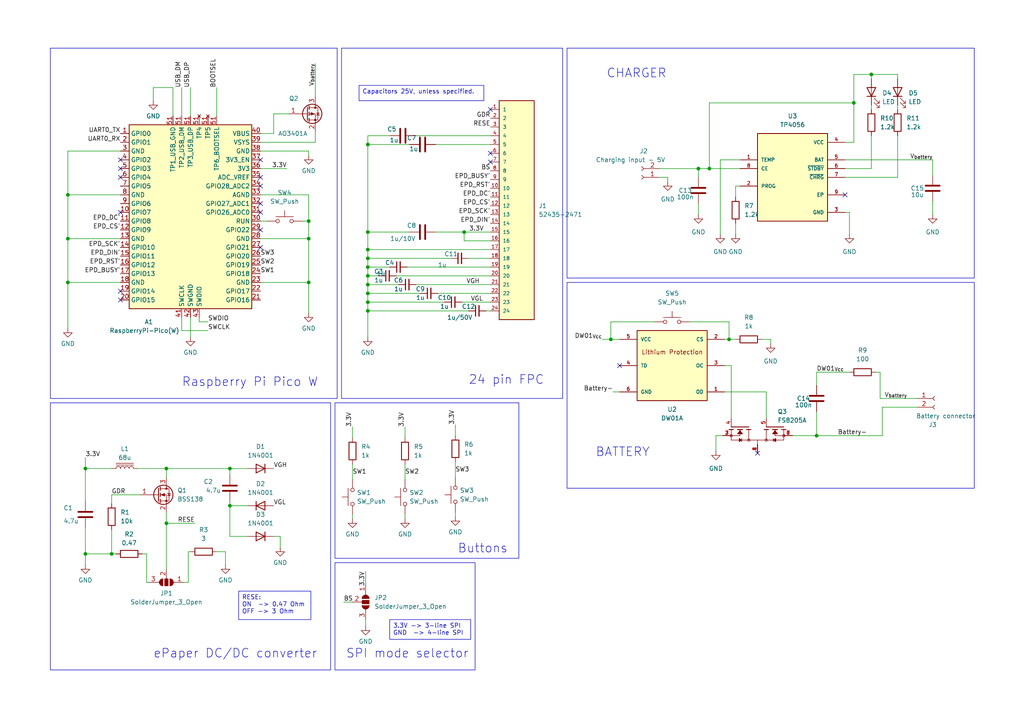
<source format=kicad_sch>
(kicad_sch (version 20230121) (generator eeschema)
  (paper "A4")
  (title_block (title "ePaper Timetable") (date "2023-12-06") (rev "v0.1") (company "KNE AGH") (comment 1 "Krzysztof Sikora") (comment 2 "Marek Pawłowski") (comment 3 "Jakub Bulik"))
  (lib_symbols
    (symbol "52435-2471:52435-2471" (pin_names (offset 1.016))
      (property "Reference" "J" (at -5.0868 31.0296 0))
      (property "Value" "52435-2471" (at -5.0803 -35.562 0))
      (symbol "52435-2471_0_0"
        (pin passive line (at -7.62 27.94 0) (length 2.54) (name "1") (number "1"))
        (pin passive line (at -7.62 5.08 0) (length 2.54) (name "10") (number "10"))
        (pin passive line (at -7.62 2.54 0) (length 2.54) (name "11") (number "11"))
        (pin passive line (at -7.62 0 0) (length 2.54) (name "12") (number "12"))
        (pin passive line (at -7.62 -2.54 0) (length 2.54) (name "13") (number "13"))
        (pin passive line (at -7.62 -5.08 0) (length 2.54) (name "14") (number "14"))
        (pin passive line (at -7.62 -7.62 0) (length 2.54) (name "15") (number "15"))
        (pin passive line (at -7.62 -10.16 0) (length 2.54) (name "16") (number "16"))
        (pin passive line (at -7.62 -12.7 0) (length 2.54) (name "17") (number "17"))
        (pin passive line (at -7.62 -15.24 0) (length 2.54) (name "18") (number "18"))
        (pin passive line (at -7.62 -17.78 0) (length 2.54) (name "19") (number "19"))
        (pin passive line (at -7.62 25.4 0) (length 2.54) (name "2") (number "2"))
        (pin passive line (at -7.62 -20.32 0) (length 2.54) (name "20") (number "20"))
        (pin passive line (at -7.62 -22.86 0) (length 2.54) (name "21") (number "21"))
        (pin passive line (at -7.62 -25.4 0) (length 2.54) (name "22") (number "22"))
        (pin passive line (at -7.62 -27.94 0) (length 2.54) (name "23") (number "23"))
        (pin passive line (at -7.62 -30.48 0) (length 2.54) (name "24") (number "24"))
        (pin passive line (at -7.62 22.86 0) (length 2.54) (name "3") (number "3"))
        (pin passive line (at -7.62 20.32 0) (length 2.54) (name "4") (number "4"))
        (pin passive line (at -7.62 17.78 0) (length 2.54) (name "5") (number "5"))
        (pin passive line (at -7.62 15.24 0) (length 2.54) (name "6") (number "6"))
        (pin passive line (at -7.62 12.7 0) (length 2.54) (name "7") (number "7"))
        (pin passive line (at -7.62 10.16 0) (length 2.54) (name "8") (number "8"))
        (pin passive line (at -7.62 7.62 0) (length 2.54) (name "9") (number "9"))
      )
    )
    (symbol "Connector:Conn_01x02_Socket" (pin_names (offset 1.016) hide)
      (property "Reference" "J" (at 0 2.54 0))
      (property "Value" "Conn_01x02_Socket" (at 0 -5.08 0))
      (symbol "Conn_01x02_Socket_1_1"
        (pin passive line (at -5.08 0 0) (length 3.81) (name "Pin_1") (number "1"))
        (pin passive line (at -5.08 -2.54 0) (length 3.81) (name "Pin_2") (number "2"))
      )
    )
    (symbol "Connector:Conn_01x03_Socket" (pin_names (offset 1.016) hide)
      (property "Reference" "J" (at 0 5.08 0))
      (property "Value" "Conn_01x03_Socket" (at 0 -5.08 0))
      (symbol "Conn_01x03_Socket_1_1"
        (pin passive line (at -5.08 2.54 0) (length 3.81) (name "Pin_1") (number "1"))
        (pin passive line (at -5.08 0 0) (length 3.81) (name "Pin_2") (number "2"))
        (pin passive line (at -5.08 -2.54 0) (length 3.81) (name "Pin_3") (number "3"))
      )
    )
    (symbol "Connector:USB_C_Receptacle_USB2.0" (pin_names (offset 1.016))
      (property "Reference" "J" (at -10.16 19.05 0))
      (property "Value" "USB_C_Receptacle_USB2.0" (at 19.05 19.05 0))
      (symbol "USB_C_Receptacle_USB2.0_1_1"
        (pin passive line (at 0 -22.86 90) (length 5.08) (name "GND") (number "A1"))
        (pin passive line (at 0 -22.86 90) (length 5.08) hide (name "GND") (number "A12"))
        (pin passive line (at 15.24 15.24 180) (length 5.08) (name "VBUS") (number "A4"))
        (pin bidirectional line (at 15.24 10.16 180) (length 5.08) (name "CC1") (number "A5"))
        (pin bidirectional line (at 15.24 -2.54 180) (length 5.08) (name "D+") (number "A6"))
        (pin bidirectional line (at 15.24 2.54 180) (length 5.08) (name "D-") (number "A7"))
        (pin bidirectional line (at 15.24 -12.7 180) (length 5.08) (name "SBU1") (number "A8"))
        (pin passive line (at 15.24 15.24 180) (length 5.08) hide (name "VBUS") (number "A9"))
        (pin passive line (at 0 -22.86 90) (length 5.08) hide (name "GND") (number "B1"))
        (pin passive line (at 0 -22.86 90) (length 5.08) hide (name "GND") (number "B12"))
        (pin passive line (at 15.24 15.24 180) (length 5.08) hide (name "VBUS") (number "B4"))
        (pin bidirectional line (at 15.24 7.62 180) (length 5.08) (name "CC2") (number "B5"))
        (pin bidirectional line (at 15.24 -5.08 180) (length 5.08) (name "D+") (number "B6"))
        (pin bidirectional line (at 15.24 0 180) (length 5.08) (name "D-") (number "B7"))
        (pin bidirectional line (at 15.24 -15.24 180) (length 5.08) (name "SBU2") (number "B8"))
        (pin passive line (at 15.24 15.24 180) (length 5.08) hide (name "VBUS") (number "B9"))
        (pin passive line (at -7.62 -22.86 90) (length 5.08) (name "SHIELD") (number "S1"))
      )
    )
    (symbol "DW01A:DW01A" (pin_names (offset 1.016))
      (property "Reference" "U2" (at 0.2411 15.24 0))
      (property "Value" "DW01A" (at 0.2411 12.7 0))
      (symbol "DW01A_0_0"
        (text "Lithium Protection" (at -8.89 3.175 0) (effects (font (size 1.27 1.27)) (justify left bottom)))
        (pin bidirectional line (at 15.24 -7.62 180) (length 5.08) (name "OD") (number "1"))
        (pin bidirectional line (at 15.24 7.62 180) (length 5.08) (name "CS") (number "2"))
        (pin bidirectional line (at 15.24 0 180) (length 5.08) (name "OC") (number "3"))
        (pin bidirectional line (at -15.24 0 0) (length 5.08) (name "TD") (number "4"))
        (pin power_in line (at -15.24 7.62 0) (length 5.08) (name "VCC") (number "5"))
        (pin power_in line (at -15.24 -7.62 0) (length 5.08) (name "GND") (number "6"))
      )
    )
    (symbol "Device:C" (pin_numbers hide) (pin_names (offset 0.254))
      (property "Reference" "C" (at 0.635 2.54 0))
      (property "Value" "C" (at 0.635 -2.54 0))
      (symbol "C_1_1"
        (pin passive line (at 0 3.81 270) (length 2.794) (name "~") (number "1"))
        (pin passive line (at 0 -3.81 90) (length 2.794) (name "~") (number "2"))
      )
    )
    (symbol "Device:C_Small" (pin_numbers hide) (pin_names (offset 0.254) hide)
      (property "Reference" "C" (at 0.254 1.778 0))
      (property "Value" "C_Small" (at 0.254 -2.032 0))
      (symbol "C_Small_1_1"
        (pin passive line (at 0 2.54 270) (length 2.032) (name "~") (number "1"))
        (pin passive line (at 0 -2.54 90) (length 2.032) (name "~") (number "2"))
      )
    )
    (symbol "Device:LED" (pin_numbers hide) (pin_names (offset 1.016) hide)
      (property "Reference" "D" (at 0 2.54 0))
      (property "Value" "LED" (at 0 -2.54 0))
      (symbol "LED_1_1"
        (pin passive line (at -3.81 0 0) (length 2.54) (name "K") (number "1"))
        (pin passive line (at 3.81 0 180) (length 2.54) (name "A") (number "2"))
      )
    )
    (symbol "Device:L_Iron" (pin_numbers hide) (pin_names (offset 1.016) hide)
      (property "Reference" "L" (at -1.27 0 90))
      (property "Value" "L_Iron" (at 2.794 0 90))
      (symbol "L_Iron_1_1"
        (pin passive line (at 0 3.81 270) (length 1.27) (name "1") (number "1"))
        (pin passive line (at 0 -3.81 90) (length 1.27) (name "2") (number "2"))
      )
    )
    (symbol "Device:R" (pin_numbers hide) (pin_names (offset 0))
      (property "Reference" "R" (at 2.032 0 90))
      (property "Value" "R" (at 0 0 90))
      (symbol "R_1_1"
        (pin passive line (at 0 3.81 270) (length 1.27) (name "~") (number "1"))
        (pin passive line (at 0 -3.81 90) (length 1.27) (name "~") (number "2"))
      )
    )
    (symbol "Diode:1N4001" (pin_numbers hide) (pin_names hide)
      (property "Reference" "D" (at 0 2.54 0))
      (property "Value" "1N4001" (at 0 -2.54 0))
      (symbol "1N4001_1_1"
        (pin passive line (at -3.81 0 0) (length 2.54) (name "K") (number "1"))
        (pin passive line (at 3.81 0 180) (length 2.54) (name "A") (number "2"))
      )
    )
    (symbol "FS8205A:FS8205A" (pin_names (offset 1.016))
      (property "Reference" "Q" (at -11.43 7.62 0))
      (property "Value" "FS8205A" (at -11.43 -12.7 0))
      (symbol "FS8205A_0_0"
        (pin passive line (at 5.08 0 180) (length 2.54) (name "~") (number "1"))
        (pin passive line (at 0 -10.16 90) (length 2.54) (name "~") (number "2"))
        (pin passive line (at 0 -10.16 90) (length 2.54) (name "~") (number "3"))
        (pin passive line (at -5.08 -7.62 0) (length 2.54) (name "~") (number "4"))
        (pin passive line (at -5.08 2.54 0) (length 2.54) (name "~") (number "5"))
        (pin passive line (at 0 10.16 270) (length 2.54) (name "~") (number "6"))
        (pin passive line (at 0 10.16 270) (length 2.54) (name "~") (number "7"))
        (pin passive line (at 5.08 0 180) (length 2.54) (name "~") (number "8"))
      )
    )
    (symbol "Jumper:SolderJumper_3_Open" (pin_names (offset 0) hide)
      (property "Reference" "JP" (at -2.54 -2.54 0))
      (property "Value" "SolderJumper_3_Open" (at 0 2.794 0))
      (symbol "SolderJumper_3_Open_1_1"
        (pin passive line (at -5.08 0 0) (length 2.54) (name "A") (number "1"))
        (pin passive line (at 0 -3.81 90) (length 2.54) (name "C") (number "2"))
        (pin passive line (at 5.08 0 180) (length 2.54) (name "B") (number "3"))
      )
    )
    (symbol "PicoW:RaspberryPi-Pico(W)"
      (property "Reference" "A" (at 2.54 -7.62 0))
      (property "Value" "RaspberryPi-Pico(W)" (at 2.54 -10.16 0))
      (symbol "RaspberryPi-Pico(W)_1_1"
        (pin bidirectional line (at -17.78 25.4 0) (length 2.54) (name "GPIO0") (number "1"))
        (pin bidirectional line (at -17.78 2.54 0) (length 2.54) (name "GPIO7") (number "10"))
        (pin bidirectional line (at -17.78 0 0) (length 2.54) (name "GPIO8") (number "11"))
        (pin bidirectional line (at -17.78 -2.54 0) (length 2.54) (name "GPIO9") (number "12"))
        (pin passive line (at -17.78 -5.08 0) (length 2.54) (name "GND") (number "13"))
        (pin bidirectional line (at -17.78 -7.62 0) (length 2.54) (name "GPIO10") (number "14"))
        (pin bidirectional line (at -17.78 -10.16 0) (length 2.54) (name "GPIO11") (number "15"))
        (pin bidirectional line (at -17.78 -12.7 0) (length 2.54) (name "GPIO12") (number "16"))
        (pin bidirectional line (at -17.78 -15.24 0) (length 2.54) (name "GPIO13") (number "17"))
        (pin passive line (at -17.78 -17.78 0) (length 2.54) (name "GND") (number "18"))
        (pin bidirectional line (at -17.78 -20.32 0) (length 2.54) (name "GPIO14") (number "19"))
        (pin bidirectional line (at -17.78 22.86 0) (length 2.54) (name "GPIO1") (number "2"))
        (pin bidirectional line (at -17.78 -22.86 0) (length 2.54) (name "GPIO15") (number "20"))
        (pin bidirectional line (at 22.86 -22.86 180) (length 2.54) (name "GPIO16") (number "21"))
        (pin bidirectional line (at 22.86 -20.32 180) (length 2.54) (name "GPIO17") (number "22"))
        (pin passive line (at 22.86 -17.78 180) (length 2.54) (name "GND") (number "23"))
        (pin bidirectional line (at 22.86 -15.24 180) (length 2.54) (name "GPIO18") (number "24"))
        (pin bidirectional line (at 22.86 -12.7 180) (length 2.54) (name "GPIO19") (number "25"))
        (pin bidirectional line (at 22.86 -10.16 180) (length 2.54) (name "GPIO20") (number "26"))
        (pin bidirectional line (at 22.86 -7.62 180) (length 2.54) (name "GPIO21") (number "27"))
        (pin passive line (at 22.86 -5.08 180) (length 2.54) (name "GND") (number "28"))
        (pin bidirectional line (at 22.86 -2.54 180) (length 2.54) (name "GPIO22") (number "29"))
        (pin passive line (at -17.78 20.32 0) (length 2.54) (name "GND") (number "3"))
        (pin input line (at 22.86 0 180) (length 2.54) (name "RUN") (number "30"))
        (pin bidirectional line (at 22.86 2.54 180) (length 2.54) (name "GPIO26_ADC0") (number "31"))
        (pin bidirectional line (at 22.86 5.08 180) (length 2.54) (name "GPIO27_ADC1") (number "32"))
        (pin power_in line (at 22.86 7.62 180) (length 2.54) (name "AGND") (number "33"))
        (pin bidirectional line (at 22.86 10.16 180) (length 2.54) (name "GPIO28_ADC2") (number "34"))
        (pin power_in line (at 22.86 12.7 180) (length 2.54) (name "ADC_VREF") (number "35"))
        (pin power_out line (at 22.86 15.24 180) (length 2.54) (name "3V3") (number "36"))
        (pin input line (at 22.86 17.78 180) (length 2.54) (name "3V3_EN") (number "37"))
        (pin passive line (at 22.86 20.32 180) (length 2.54) (name "GND") (number "38"))
        (pin power_out line (at 22.86 22.86 180) (length 2.54) (name "VSYS") (number "39"))
        (pin bidirectional line (at -17.78 17.78 0) (length 2.54) (name "GPIO2") (number "4"))
        (pin power_out line (at 22.86 25.4 180) (length 2.54) (name "VBUS") (number "40"))
        (pin input line (at 0 -27.94 90) (length 2.54) (name "SWCLK") (number "41"))
        (pin power_in line (at 2.54 -27.94 90) (length 2.54) (name "SWGND") (number "42"))
        (pin bidirectional line (at 5.08 -27.94 90) (length 2.54) (name "SWDIO") (number "43"))
        (pin bidirectional line (at -17.78 15.24 0) (length 2.54) (name "GPIO3") (number "5"))
        (pin passive line (at -2.54 30.48 270) (length 2.54) (name "TP1_USB_GND") (number "51"))
        (pin bidirectional line (at 0 30.48 270) (length 2.54) (name "TP2_USB_DM") (number "51"))
        (pin bidirectional line (at 2.54 30.48 270) (length 2.54) (name "TP3_USB_DP") (number "51"))
        (pin no_connect line (at 5.08 30.48 270) (length 2.54) (name "TP4") (number "51"))
        (pin no_connect line (at 7.62 30.48 270) (length 2.54) (name "TP5") (number "51"))
        (pin input line (at 10.16 30.48 270) (length 2.54) (name "TP6_BOOTSEL") (number "51"))
        (pin bidirectional line (at -17.78 12.7 0) (length 2.54) (name "GPIO4") (number "6"))
        (pin bidirectional line (at -17.78 10.16 0) (length 2.54) (name "GPIO5") (number "7"))
        (pin power_in line (at -17.78 7.62 0) (length 2.54) (name "GND") (number "8"))
        (pin bidirectional line (at -17.78 5.08 0) (length 2.54) (name "GPIO6") (number "9"))
      )
    )
    (symbol "Power_Protection:USBLC6-2P6" (pin_names hide)
      (property "Reference" "U" (at 2.54 8.89 0))
      (property "Value" "USBLC6-2P6" (at 2.54 -8.89 0))
      (symbol "USBLC6-2P6_1_1"
        (pin passive line (at -10.16 -2.54 0) (length 2.54) (name "I/O1") (number "1"))
        (pin passive line (at 0 -10.16 90) (length 2.54) (name "GND") (number "2"))
        (pin passive line (at 10.16 -2.54 180) (length 2.54) (name "I/O2") (number "3"))
        (pin passive line (at 10.16 2.54 180) (length 2.54) (name "I/O2") (number "4"))
        (pin passive line (at 0 10.16 270) (length 2.54) (name "VBUS") (number "5"))
        (pin passive line (at -10.16 2.54 0) (length 2.54) (name "I/O1") (number "6"))
      )
    )
    (symbol "Power_Protection:USBLC6-2SC6" (pin_names hide)
      (property "Reference" "U" (at 2.54 8.89 0))
      (property "Value" "USBLC6-2SC6" (at 2.54 -8.89 0))
      (symbol "USBLC6-2SC6_1_1"
        (pin passive line (at -10.16 -2.54 0) (length 2.54) (name "I/O1") (number "1"))
        (pin passive line (at 0 -10.16 90) (length 2.54) (name "GND") (number "2"))
        (pin passive line (at 10.16 -2.54 180) (length 2.54) (name "I/O2") (number "3"))
        (pin passive line (at 10.16 2.54 180) (length 2.54) (name "I/O2") (number "4"))
        (pin passive line (at 0 10.16 270) (length 2.54) (name "VBUS") (number "5"))
        (pin passive line (at -10.16 2.54 0) (length 2.54) (name "I/O1") (number "6"))
      )
    )
    (symbol "Power_Protection:USBLC6-4SC6" (pin_names hide)
      (property "Reference" "U" (at 2.54 8.89 0))
      (property "Value" "USBLC6-4SC6" (at 2.54 -8.89 0))
      (symbol "USBLC6-4SC6_1_1"
        (pin passive line (at -10.16 2.54 0) (length 2.54) (name "I/O1") (number "1"))
        (pin passive line (at 0 -10.16 90) (length 2.54) (name "GND") (number "2"))
        (pin passive line (at -10.16 -2.54 0) (length 2.54) (name "I/O2") (number "3"))
        (pin passive line (at 10.16 2.54 180) (length 2.54) (name "I/O3") (number "4"))
        (pin passive line (at 0 10.16 270) (length 2.54) (name "VBUS") (number "5"))
        (pin passive line (at 10.16 -2.54 180) (length 2.54) (name "I/O4") (number "6"))
      )
    )
    (symbol "Switch:SW_Push" (pin_numbers hide) (pin_names (offset 1.016) hide)
      (property "Reference" "SW" (at 1.27 2.54 0))
      (property "Value" "SW_Push" (at 0 -1.524 0))
      (symbol "SW_Push_0_1"
        (pin passive line (at -5.08 0 0) (length 2.54) (name "1") (number "1"))
        (pin passive line (at 5.08 0 180) (length 2.54) (name "2") (number "2"))
      )
    )
    (symbol "TP4056:TP4056" (pin_names (offset 1.016))
      (property "Reference" "U" (at -10.16 13.208 0))
      (property "Value" "TP4056" (at -10.16 -15.24 0))
      (symbol "TP4056_0_0"
        (pin input line (at -15.24 5.08 0) (length 5.08) (name "TEMP") (number "1"))
        (pin bidirectional line (at -15.24 -2.54 0) (length 5.08) (name "PROG") (number "2"))
        (pin power_in line (at 15.24 -10.16 180) (length 5.08) (name "GND") (number "3"))
        (pin power_in line (at 15.24 10.16 180) (length 5.08) (name "VCC") (number "4"))
        (pin output line (at 15.24 5.08 180) (length 5.08) (name "BAT") (number "5"))
        (pin output line (at 15.24 2.54 180) (length 5.08) (name "~{STDBY}") (number "6"))
        (pin output line (at 15.24 0 180) (length 5.08) (name "~{CHRG}") (number "7"))
        (pin input line (at -15.24 2.54 0) (length 5.08) (name "CE") (number "8"))
        (pin passive line (at 15.24 -5.08 180) (length 5.08) (name "EP") (number "9"))
      )
    )
    (symbol "Transistor_FET:AO3401A" (pin_names hide)
      (property "Reference" "Q" (at 5.08 1.905 0))
      (property "Value" "AO3401A" (at 5.08 0 0))
      (symbol "AO3401A_1_1"
        (pin input line (at -5.08 0 0) (length 2.54) (name "G") (number "1"))
        (pin passive line (at 2.54 -5.08 90) (length 2.54) (name "S") (number "2"))
        (pin passive line (at 2.54 5.08 270) (length 2.54) (name "D") (number "3"))
      )
    )
    (symbol "Transistor_FET:BSS138" (pin_names hide)
      (property "Reference" "Q" (at 5.08 1.905 0))
      (property "Value" "BSS138" (at 5.08 0 0))
      (symbol "BSS138_1_1"
        (pin input line (at -5.08 0 0) (length 2.54) (name "G") (number "1"))
        (pin passive line (at 2.54 -5.08 90) (length 2.54) (name "S") (number "2"))
        (pin passive line (at 2.54 5.08 270) (length 2.54) (name "D") (number "3"))
      )
    )
    (symbol "power:GND" (power) (pin_names (offset 0))
      (property "Value" "GND" (at 0 -3.81 0))
      (symbol "GND_1_1"
        (pin power_in line (at 0 0 270) (length 0) hide (name "GND") (number "1"))
      )
    )
  )
  (junction (at -63.5 89.535))
  (junction (at 19.685 56.515))
  (junction (at 205.74 48.895))
  (junction (at 66.675 146.685))
  (junction (at 202.565 48.895))
  (junction (at 89.535 81.915))
  (junction (at 106.68 85.09))
  (junction (at 106.68 72.39))
  (junction (at 106.68 80.01))
  (junction (at 19.685 81.915))
  (junction (at -63.5 94.615))
  (junction (at 106.68 87.63))
  (junction (at 106.68 41.91))
  (junction (at 247.65 29.845))
  (junction (at 89.535 64.135))
  (junction (at 19.685 69.215))
  (junction (at -48.26 138.43))
  (junction (at 252.73 21.59))
  (junction (at 106.68 67.31))
  (junction (at 48.26 135.89))
  (junction (at 24.765 160.655))
  (junction (at 177.165 98.425))
  (junction (at 106.68 74.93))
  (junction (at 211.455 98.425))
  (junction (at 106.68 90.17))
  (junction (at 236.855 126.365))
  (junction (at -63.5 92.075))
  (junction (at 106.68 77.47))
  (junction (at 32.385 160.655))
  (junction (at 66.675 135.89))
  (junction (at 89.535 69.215))
  (junction (at 24.765 135.89))
  (junction (at 134.62 67.31))
  (junction (at -48.26 133.35))
  (junction (at 48.26 151.765))
  (junction (at 106.68 82.55))
  (no_connect (at 34.925 61.595))
  (no_connect (at 142.24 46.99))
  (no_connect (at 34.925 86.995))
  (no_connect (at 75.565 66.675))
  (no_connect (at 219.71 131.445))
  (no_connect (at 75.565 46.355))
  (no_connect (at 75.565 51.435))
  (no_connect (at 75.565 53.975))
  (no_connect (at 75.565 59.055))
  (no_connect (at 34.925 48.895))
  (no_connect (at 75.565 61.595))
  (no_connect (at 142.24 44.45))
  (no_connect (at 34.925 46.355))
  (no_connect (at 75.565 71.755))
  (no_connect (at 34.925 51.435))
  (no_connect (at 245.11 56.515))
  (no_connect (at 34.925 84.455))
  (no_connect (at 179.705 106.045))
  (no_connect (at 142.24 31.75))
  (wire (pts (xy 179.705 113.665) (xy 177.8 113.665)))
  (wire (pts (xy 211.455 93.345) (xy 200.025 93.345)))
  (wire (pts (xy 52.705 33.655) (xy 52.705 25.4)))
  (wire (pts (xy 106.68 82.55) (xy 115.57 82.55)))
  (wire (pts (xy -63.5 89.535) (xy -56.515 89.535)))
  (wire (pts (xy 140.97 90.17) (xy 142.24 90.17)))
  (wire (pts (xy -60.96 65.405) (xy -56.515 65.405)))
  (wire (pts (xy 32.385 153.67) (xy 32.385 160.655)))
  (wire (pts (xy 54.61 168.91) (xy 53.34 168.91)))
  (wire (pts (xy 75.565 64.135) (xy 77.47 64.135)))
  (wire (pts (xy 106.68 90.17) (xy 135.89 90.17)))
  (wire (pts (xy 75.565 43.815) (xy 89.535 43.815)))
  (wire (pts (xy 177.165 98.425) (xy 179.705 98.425)))
  (wire (pts (xy 245.11 51.435) (xy 260.35 51.435)))
  (wire (pts (xy 236.855 119.38) (xy 236.855 126.365)))
  (wire (pts (xy 260.35 30.48) (xy 260.35 31.75)))
  (wire (pts (xy -48.26 138.43) (xy -41.91 138.43)))
  (wire (pts (xy 270.51 58.42) (xy 270.51 62.23)))
  (wire (pts (xy 89.535 43.815) (xy 89.535 45.085)))
  (wire (pts (xy -48.26 140.97) (xy -48.26 138.43)))
  (wire (pts (xy 247.65 29.845) (xy 205.74 29.845)))
  (wire (pts (xy 132.08 123.19) (xy 132.08 126.365)))
  (wire (pts (xy 44.45 25.4) (xy 44.45 29.21)))
  (wire (pts (xy 177.165 98.425) (xy 177.165 93.345)))
  (wire (pts (xy -50.8 138.43) (xy -48.26 138.43)))
  (wire (pts (xy 252.73 21.59) (xy 252.73 22.86)))
  (wire (pts (xy -60.96 70.485) (xy -56.515 70.485)))
  (wire (pts (xy 106.68 72.39) (xy 106.68 67.31)))
  (wire (pts (xy -67.945 94.615) (xy -63.5 94.615)))
  (wire (pts (xy 229.87 126.365) (xy 236.855 126.365)))
  (wire (pts (xy 120.65 39.37) (xy 142.24 39.37)))
  (wire (pts (xy 135.89 74.93) (xy 142.24 74.93)))
  (wire (pts (xy 193.675 52.705) (xy 193.675 51.435)))
  (wire (pts (xy 66.675 146.685) (xy 71.755 146.685)))
  (wire (pts (xy 42.545 160.655) (xy 42.545 168.91)))
  (wire (pts (xy 79.375 33.02) (xy 79.375 38.735)))
  (wire (pts (xy 134.62 67.31) (xy 142.24 67.31)))
  (wire (pts (xy 106.68 80.01) (xy 109.855 80.01)))
  (wire (pts (xy -50.8 133.35) (xy -48.26 133.35)))
  (wire (pts (xy 91.44 41.275) (xy 91.44 38.1)))
  (wire (pts (xy 19.685 81.915) (xy 34.925 81.915)))
  (wire (pts (xy 106.68 85.09) (xy 106.68 82.55)))
  (wire (pts (xy 132.08 148.59) (xy 132.08 149.86)))
  (wire (pts (xy 222.25 113.665) (xy 222.25 121.285)))
  (wire (pts (xy 106.045 165.735) (xy 106.045 169.545)))
  (wire (pts (xy 19.685 69.215) (xy 34.925 69.215)))
  (wire (pts (xy -50.8 128.27) (xy -46.99 128.27)))
  (wire (pts (xy 89.535 81.915) (xy 89.535 90.805)))
  (wire (pts (xy 32.385 160.655) (xy 33.655 160.655)))
  (wire (pts (xy 52.705 92.075) (xy 52.705 95.885)))
  (wire (pts (xy 89.535 64.135) (xy 89.535 69.215)))
  (wire (pts (xy 208.915 46.355) (xy 214.63 46.355)))
  (wire (pts (xy 255.27 115.57) (xy 255.27 107.95)))
  (wire (pts (xy 193.675 51.435) (xy 191.135 51.435)))
  (wire (pts (xy 236.855 107.95) (xy 246.38 107.95)))
  (wire (pts (xy 106.68 87.63) (xy 128.905 87.63)))
  (wire (pts (xy 75.565 69.215) (xy 89.535 69.215)))
  (wire (pts (xy 209.55 126.365) (xy 207.645 126.365)))
  (wire (pts (xy 52.705 95.885) (xy 60.325 95.885)))
  (wire (pts (xy -63.5 92.075) (xy -56.515 92.075)))
  (wire (pts (xy 202.565 48.895) (xy 202.565 51.435)))
  (wire (pts (xy 255.905 118.11) (xy 266.065 118.11)))
  (wire (pts (xy 220.98 98.425) (xy 223.52 98.425)))
  (wire (pts (xy 120.65 82.55) (xy 142.24 82.55)))
  (wire (pts (xy 245.11 46.355) (xy 270.51 46.355)))
  (wire (pts (xy 32.385 146.05) (xy 32.385 143.51)))
  (wire (pts (xy -48.26 135.89) (xy -48.26 133.35)))
  (wire (pts (xy 106.68 87.63) (xy 106.68 85.09)))
  (wire (pts (xy -63.5 94.615) (xy -56.515 94.615)))
  (wire (pts (xy 210.185 113.665) (xy 222.25 113.665)))
  (wire (pts (xy -58.42 67.945) (xy -56.515 67.945)))
  (wire (pts (xy 19.685 81.915) (xy 19.685 95.25)))
  (wire (pts (xy 174.625 98.425) (xy 177.165 98.425)))
  (wire (pts (xy 245.11 41.275) (xy 247.65 41.275)))
  (wire (pts (xy 126.365 41.91) (xy 142.24 41.91)))
  (wire (pts (xy 177.165 93.345) (xy 189.865 93.345)))
  (wire (pts (xy 114.935 80.01) (xy 142.24 80.01)))
  (wire (pts (xy 117.475 123.825) (xy 117.475 127)))
  (wire (pts (xy 83.82 33.02) (xy 79.375 33.02)))
  (wire (pts (xy 202.565 48.895) (xy 205.74 48.895)))
  (wire (pts (xy -67.945 89.535) (xy -63.5 89.535)))
  (wire (pts (xy 106.68 77.47) (xy 113.03 77.47)))
  (wire (pts (xy 75.565 41.275) (xy 91.44 41.275)))
  (wire (pts (xy -48.26 133.35) (xy -41.91 133.35)))
  (wire (pts (xy 75.565 38.735) (xy 79.375 38.735)))
  (wire (pts (xy 102.235 123.825) (xy 102.235 127)))
  (wire (pts (xy 211.455 98.425) (xy 213.36 98.425)))
  (wire (pts (xy 66.675 137.795) (xy 66.675 135.89)))
  (wire (pts (xy 48.26 148.59) (xy 48.26 151.765)))
  (wire (pts (xy 133.985 87.63) (xy 142.24 87.63)))
  (wire (pts (xy 50.165 33.655) (xy 50.165 25.4)))
  (wire (pts (xy 19.685 56.515) (xy 19.685 69.215)))
  (wire (pts (xy 50.165 25.4) (xy 44.45 25.4)))
  (wire (pts (xy 66.675 135.89) (xy 71.755 135.89)))
  (wire (pts (xy 24.765 160.655) (xy 24.765 163.83)))
  (wire (pts (xy 89.535 69.215) (xy 89.535 81.915)))
  (wire (pts (xy 127 85.09) (xy 142.24 85.09)))
  (wire (pts (xy 106.68 67.31) (xy 118.745 67.31)))
  (wire (pts (xy 66.675 146.685) (xy 66.675 155.575)))
  (wire (pts (xy 223.52 98.425) (xy 223.52 99.695)))
  (wire (pts (xy 207.645 126.365) (xy 207.645 130.81)))
  (wire (pts (xy 66.675 146.685) (xy 66.675 145.415)))
  (wire (pts (xy 106.68 41.91) (xy 118.745 41.91)))
  (wire (pts (xy -65.405 92.075) (xy -63.5 92.075)))
  (wire (pts (xy 48.26 135.89) (xy 66.675 135.89)))
  (wire (pts (xy 87.63 64.135) (xy 89.535 64.135)))
  (wire (pts (xy -50.8 125.73) (xy -46.99 125.73)))
  (wire (pts (xy 106.68 41.91) (xy 106.68 67.31)))
  (wire (pts (xy 65.405 160.02) (xy 65.405 163.83)))
  (wire (pts (xy -65.405 98.425) (xy -65.405 92.075)))
  (wire (pts (xy 252.73 48.895) (xy 252.73 39.37)))
  (wire (pts (xy 134.62 67.31) (xy 126.365 67.31)))
  (wire (pts (xy 106.68 82.55) (xy 106.68 80.01)))
  (wire (pts (xy -58.42 74.295) (xy -58.42 67.945)))
  (wire (pts (xy 252.73 21.59) (xy 247.65 21.59)))
  (wire (pts (xy 211.455 98.425) (xy 211.455 93.345)))
  (wire (pts (xy 106.68 85.09) (xy 121.92 85.09)))
  (wire (pts (xy 41.275 160.655) (xy 42.545 160.655)))
  (wire (pts (xy 132.08 133.985) (xy 132.08 138.43)))
  (wire (pts (xy 208.915 67.945) (xy 208.915 46.355)))
  (wire (pts (xy 246.38 61.595) (xy 245.11 61.595)))
  (wire (pts (xy 106.68 39.37) (xy 106.68 41.91)))
  (wire (pts (xy 75.565 56.515) (xy 89.535 56.515)))
  (wire (pts (xy 118.11 77.47) (xy 142.24 77.47)))
  (wire (pts (xy 56.515 151.765) (xy 48.26 151.765)))
  (wire (pts (xy 106.68 90.17) (xy 106.68 97.79)))
  (wire (pts (xy 106.045 179.705) (xy 106.045 181.61)))
  (wire (pts (xy 89.535 56.515) (xy 89.535 64.135)))
  (wire (pts (xy 236.855 111.76) (xy 236.855 107.95)))
  (wire (pts (xy 213.36 57.15) (xy 213.36 53.975)))
  (wire (pts (xy 260.35 21.59) (xy 252.73 21.59)))
  (wire (pts (xy 55.245 25.4) (xy 55.245 33.655)))
  (wire (pts (xy 106.68 72.39) (xy 142.24 72.39)))
  (wire (pts (xy 24.765 135.89) (xy 24.765 145.415)))
  (wire (pts (xy 255.27 107.95) (xy 254 107.95)))
  (wire (pts (xy 113.03 39.37) (xy 106.68 39.37)))
  (wire (pts (xy 24.765 135.89) (xy 32.385 135.89)))
  (wire (pts (xy 19.685 69.215) (xy 19.685 81.915)))
  (wire (pts (xy 54.61 160.02) (xy 54.61 168.91)))
  (wire (pts (xy 106.68 72.39) (xy 106.68 74.93)))
  (wire (pts (xy 62.865 160.02) (xy 65.405 160.02)))
  (wire (pts (xy 213.36 53.975) (xy 214.63 53.975)))
  (wire (pts (xy 260.35 51.435) (xy 260.35 39.37)))
  (wire (pts (xy 48.26 135.89) (xy 48.26 138.43)))
  (wire (pts (xy 205.74 29.845) (xy 205.74 48.895)))
  (wire (pts (xy 247.65 41.275) (xy 247.65 29.845)))
  (wire (pts (xy 57.785 93.345) (xy 60.325 93.345)))
  (wire (pts (xy -81.28 89.535) (xy -75.565 89.535)))
  (wire (pts (xy 205.74 48.895) (xy 214.63 48.895)))
  (wire (pts (xy -50.8 135.89) (xy -48.26 135.89)))
  (wire (pts (xy 255.27 115.57) (xy 266.065 115.57)))
  (wire (pts (xy 40.005 135.89) (xy 48.26 135.89)))
  (wire (pts (xy 102.235 134.62) (xy 102.235 139.065)))
  (wire (pts (xy 106.68 87.63) (xy 106.68 90.17)))
  (wire (pts (xy 19.685 56.515) (xy 34.925 56.515)))
  (wire (pts (xy 106.68 74.93) (xy 130.81 74.93)))
  (wire (pts (xy -50.8 140.97) (xy -48.26 140.97)))
  (wire (pts (xy 24.765 153.035) (xy 24.765 160.655)))
  (wire (pts (xy 42.545 168.91) (xy 43.18 168.91)))
  (wire (pts (xy 255.905 118.11) (xy 255.905 126.365)))
  (wire (pts (xy 19.685 43.815) (xy 19.685 56.515)))
  (wire (pts (xy 32.385 143.51) (xy 40.64 143.51)))
  (wire (pts (xy 66.675 155.575) (xy 71.755 155.575)))
  (wire (pts (xy 212.09 106.045) (xy 212.09 121.285)))
  (wire (pts (xy 91.44 18.415) (xy 91.44 27.94)))
  (wire (pts (xy 270.51 46.355) (xy 270.51 50.8)))
  (wire (pts (xy 102.235 149.225) (xy 102.235 150.495)))
  (wire (pts (xy 79.375 155.575) (xy 81.28 155.575)))
  (wire (pts (xy 55.245 92.075) (xy 55.245 97.79)))
  (wire (pts (xy 202.565 59.055) (xy 202.565 62.23)))
  (wire (pts (xy 210.185 106.045) (xy 212.09 106.045)))
  (wire (pts (xy 106.68 74.93) (xy 106.68 77.47)))
  (wire (pts (xy 245.11 48.895) (xy 252.73 48.895)))
  (wire (pts (xy 236.855 126.365) (xy 255.905 126.365)))
  (wire (pts (xy 48.26 151.765) (xy 48.26 165.1)))
  (wire (pts (xy 62.865 25.4) (xy 62.865 33.655)))
  (wire (pts (xy 57.785 92.075) (xy 57.785 93.345)))
  (wire (pts (xy 210.185 98.425) (xy 211.455 98.425)))
  (wire (pts (xy 106.68 77.47) (xy 106.68 80.01)))
  (wire (pts (xy 191.135 48.895) (xy 202.565 48.895)))
  (wire (pts (xy 260.35 22.86) (xy 260.35 21.59)))
  (wire (pts (xy 24.765 135.89) (xy 24.765 132.715)))
  (wire (pts (xy 83.185 48.895) (xy 75.565 48.895)))
  (wire (pts (xy 134.62 69.85) (xy 134.62 67.31)))
  (wire (pts (xy 102.235 174.625) (xy 99.695 174.625)))
  (wire (pts (xy 247.65 21.59) (xy 247.65 29.845)))
  (wire (pts (xy 55.245 160.02) (xy 54.61 160.02)))
  (wire (pts (xy 246.38 67.945) (xy 246.38 61.595)))
  (wire (pts (xy 142.24 69.85) (xy 134.62 69.85)))
  (wire (pts (xy 117.475 149.225) (xy 117.475 150.495)))
  (wire (pts (xy 213.36 64.77) (xy 213.36 67.945)))
  (wire (pts (xy 117.475 134.62) (xy 117.475 139.065)))
  (wire (pts (xy 252.73 30.48) (xy 252.73 31.75)))
  (wire (pts (xy 75.565 81.915) (xy 89.535 81.915)))
  (wire (pts (xy 24.765 160.655) (xy 32.385 160.655)))
  (wire (pts (xy -81.28 94.615) (xy -75.565 94.615)))
  (wire (pts (xy 81.28 155.575) (xy 81.28 158.75)))
  (wire (pts (xy 19.685 43.815) (xy 34.925 43.815)))
  (rectangle (start 97.155 116.84) (end 150.495 161.925))
  (rectangle (start 164.465 13.97) (end 282.575 80.645))
  (rectangle (start 14.605 116.84) (end 95.885 194.31))
  (rectangle (start 97.155 163.195) (end 137.795 194.31))
  (rectangle (start 14.605 13.97) (end 97.79 115.57))
  (rectangle (start 164.465 81.915) (end 282.575 141.605))
  (rectangle (start 99.06 13.97) (end 163.195 115.57))
  (text_box "Capacitors 25V, unless specified." (at 104.14 24.765 0) (size 36.195 4.445) (effects (font (size 1.27 1.27)) (justify left top)))
  (text_box "3.3V -> 3-line SPI\nGND  -> 4-line SPI" (at 113.03 179.705 0) (size 23.495 5.715) (effects (font (size 1.27 1.27)) (justify left top)))
  (text_box "RESE:\nON  -> 0.47 Ohm\nOFF -> 3 Ohm" (at 69.215 171.45 0) (size 20.955 8.255) (effects (font (size 1.27 1.27)) (justify left top)))
  (text "CHARGER" (at 175.895 22.86 0) (effects (font (size 2.54 2.54)) (justify left bottom)))
  (text "ePaper DC/DC converter" (at 44.45 191.135 0) (effects (font (size 2.54 2.54)) (justify left bottom)))
  (text "SPI mode selector" (at 100.33 191.135 0) (effects (font (size 2.54 2.54)) (justify left bottom)))
  (text "24 pin FPC" (at 135.89 111.76 0) (effects (font (size 2.54 2.54)) (justify left bottom)))
  (text "BATTERY" (at 172.72 132.715 0) (effects (font (size 2.54 2.54)) (justify left bottom)))
  (text "Raspberry Pi Pico W" (at 52.705 112.395 0) (effects (font (size 2.54 2.54)) (justify left bottom)))
  (text "Buttons" (at 132.715 160.655 0) (effects (font (size 2.54 2.54)) (justify left bottom)))
  (label "SW2" (at 117.475 137.795 0))
  (label "SW3" (at 132.08 137.16 0))
  (label "Battery-" (at 251.46 126.365 180))
  (label "SW1" (at 75.565 79.375 0))
  (label "SWDIO" (at 60.325 93.345 0))
  (label "UART0_RX" (at 34.925 41.275 180))
  (label "EPD_BUSY'" (at 142.24 52.07 180))
  (label "DW01_{Vcc}" (at 174.625 98.425 180))
  (label "SWCLK" (at -81.28 89.535 180))
  (label "EPD_DIN'" (at 142.24 64.77 180))
  (label "USB_DP" (at 55.245 25.4 90))
  (label "V_{battery}" (at 256.54 115.57 0))
  (label "GDR" (at 32.385 143.51 0))
  (label "EPD_DC'" (at 142.24 57.15 180))
  (label "VGL" (at 79.375 146.685 0))
  (label "3.3V" (at 83.185 48.895 180))
  (label "GDR" (at 142.24 34.29 180))
  (label "3.3V" (at 140.335 67.31 180))
  (label "VGL" (at 136.525 87.63 0))
  (label "3.3V" (at 117.475 123.825 90))
  (label "V_{battery}" (at 270.51 46.355 180))
  (label "USB_DP" (at -41.91 138.43 0))
  (label "EPD_DIN'" (at 34.925 74.295 180))
  (label "EPD_CS'" (at 142.24 59.69 180))
  (label "Battery-" (at 177.8 113.665 180))
  (label "EPD_SCK'" (at 142.24 62.23 180))
  (label "VGH" (at 79.375 135.89 0))
  (label "BOOTSEL" (at 62.865 25.4 90))
  (label "VGH" (at 135.255 82.55 0))
  (label "RESE" (at 56.515 151.765 180))
  (label "SW2" (at 75.565 76.835 0))
  (label "USB_DM" (at 52.705 25.4 90))
  (label "3.3V" (at 24.765 132.715 0))
  (label "BS" (at 142.24 49.53 180))
  (label "V_{battery}" (at 91.44 18.415 270))
  (label "RESE" (at 142.24 36.83 180))
  (label "EPD_RST'" (at 142.24 54.61 180))
  (label "EPD_SCK'" (at 34.925 71.755 180))
  (label "UART0_RX" (at -60.96 65.405 180))
  (label "SWDIO" (at -81.28 94.615 180))
  (label "EPD_CS'" (at 34.925 66.675 180))
  (label "EPD_DC'" (at 34.925 64.135 180))
  (label "DW01_{Vcc}" (at 236.855 107.95 0))
  (label "SW3" (at 75.565 74.295 0))
  (label "SW1" (at 102.235 137.795 0))
  (label "EPD_BUSY'" (at 34.925 79.375 180))
  (label "UART0_TX" (at 34.925 38.735 180))
  (label "BS" (at 99.695 174.625 0))
  (label "3.3V" (at 102.235 123.825 90))
  (label "3.3V" (at 132.08 123.19 90))
  (label "SWCLK" (at 60.325 95.885 0))
  (label "UART0_TX" (at -60.96 70.485 180))
  (label "3.3V" (at 106.045 165.735 270))
  (label "USB_DM" (at -41.91 133.35 0))
  (label "EPD_RST'" (at 34.925 76.835 180))
  (symbol (lib_id "PicoW:RaspberryPi-Pico(W)") (at 52.705 64.135 0) (unit 1)
    (property "Reference" "A1" (at 41.91 93.345 0) (effects (justify left)))
    (property "Value" "RaspberryPi-Pico(W)" (at 31.75 95.885 0) (effects (justify left)))
    (property "Footprint" "MCU_RPi_Pico:Raspberry_Pi_Pico_W_SMT" (effects hide))
    (property "Datasheet" "https://datasheets.raspberrypi.com/picow/pico-w-datasheet.pdf" (effects hide))
  )
  (symbol (lib_id "Device:C_Small") (at 138.43 90.17 90) (unit 1)
    (property "Reference" "C12" (at 135.89 88.9 90))
    (property "Value" "1u/50V" (at 133.35 92.075 90))
    (property "Footprint" "Capacitor_SMD:C_1206_3216Metric_Pad1.33x1.80mm_HandSolder" (effects hide))
  )
  (symbol (lib_id "Diode:1N4001") (at 75.565 155.575 180) (unit 1)
    (property "Reference" "D3" (at 75.565 149.225 0))
    (property "Value" "1N4001" (at 75.565 151.765 0))
    (property "Footprint" "Diode_SMD:D_SOD-123" (effects hide))
    (property "Datasheet" "http://www.vishay.com/docs/88503/1n4001.pdf" (effects hide))
    (property "Sim.Device" "D" (effects hide))
    (property "Sim.Pins" "1=K 2=A" (effects hide))
  )
  (symbol (lib_id "Device:C") (at 122.555 67.31 90) (unit 1)
    (property "Reference" "C8" (at 119.38 65.405 90))
    (property "Value" "1u/10V" (at 116.84 69.215 90))
    (property "Footprint" "Capacitor_SMD:C_1206_3216Metric_Pad1.33x1.80mm_HandSolder" (effects hide))
  )
  (symbol (lib_id "FS8205A:FS8205A") (at 219.71 126.365 270) (unit 1)
    (property "Reference" "Q3" (at 225.5267 119.38 90) (effects (justify left)))
    (property "Value" "FS8205A" (at 225.5267 121.92 90) (effects (justify left)))
    (property "Footprint" "Package_SO:TSSOP-8_4.4x3mm_P0.65mm" (effects hide))
    (property "MF" "Fortune Semiconductor" (effects hide))
    (property "MAXIMUM_PACKAGE_HEIGHT" "1.2mm" (effects hide))
    (property "Package" "Package" (effects hide))
    (property "Price" "None" (effects hide))
    (property "Check_prices" "https://www.snapeda.com/parts/FS8205A/Fortune+Semiconductor/view-part/?ref=eda" (effects hide))
    (property "STANDARD" "IPC 7351B" (effects hide))
    (property "PARTREV" "1.7" (effects hide))
    (property "SnapEDA_Link" "https://www.snapeda.com/parts/FS8205A/Fortune+Semiconductor/view-part/?ref=snap" (effects hide))
    (property "MP" "FS8205A" (effects hide))
    (property "Description" "\n" (effects hide))
    (property "Availability" "Not in stock" (effects hide))
    (property "MANUFACTURER" "Fortune Semiconductor" (effects hide))
  )
  (symbol (lib_id "Switch:SW_Push") (at 132.08 143.51 90) (unit 1)
    (property "Reference" "SW3" (at 133.35 142.24 90) (effects (justify right)))
    (property "Value" "SW_Push" (at 133.35 144.78 90) (effects (justify right)))
    (property "Footprint" "Button_Switch_THT:SW_PUSH_6mm_H7.3mm" (effects hide))
  )
  (symbol (lib_id "power:GND") (at 89.535 45.085 0) (unit 1)
    (property "Reference" "#PWR06" (effects hide))
    (property "Value" "GND" (at 89.535 49.53 0))
  )
  (symbol (lib_id "Device:R") (at 117.475 130.81 0) (unit 1)
    (property "Reference" "R5" (at 120.015 129.54 0) (effects (justify left)))
    (property "Value" "1k" (at 120.015 132.08 0) (effects (justify left)))
    (property "Footprint" "Resistor_SMD:R_0805_2012Metric_Pad1.20x1.40mm_HandSolder" (effects hide))
  )
  (symbol (lib_id "power:GND") (at -58.42 74.295 0) (unit 1)
    (property "Reference" "#PWR022" (effects hide))
    (property "Value" "GND" (at -58.42 78.74 0))
  )
  (symbol (lib_id "Device:C_Small") (at 115.57 77.47 90) (unit 1)
    (property "Reference" "C4" (at 113.03 76.2 90))
    (property "Value" "1u" (at 110.49 79.375 90))
    (property "Footprint" "Capacitor_SMD:C_1206_3216Metric_Pad1.33x1.80mm_HandSolder" (effects hide))
  )
  (symbol (lib_id "Switch:SW_Push") (at 194.945 93.345 0) (unit 1)
    (property "Reference" "SW5" (at 194.945 85.09 0))
    (property "Value" "SW_Push" (at 194.945 87.63 0))
  )
  (symbol (lib_id "Device:C_Small") (at 124.46 85.09 90) (unit 1)
    (property "Reference" "C9" (at 121.92 83.82 90))
    (property "Value" "1u" (at 121.92 86.36 90))
    (property "Footprint" "Capacitor_SMD:C_1206_3216Metric_Pad1.33x1.80mm_HandSolder" (effects hide))
  )
  (symbol (lib_id "Device:C") (at 24.765 149.225 180) (unit 1)
    (property "Reference" "C1" (at 18.415 147.32 0) (effects (justify right)))
    (property "Value" "4.7u" (at 18.415 151.13 0) (effects (justify right)))
    (property "Footprint" "Capacitor_SMD:C_1206_3216Metric_Pad1.33x1.80mm_HandSolder" (effects hide))
  )
  (symbol (lib_id "Device:C_Small") (at 118.11 82.55 90) (unit 1)
    (property "Reference" "C6" (at 115.57 81.28 90))
    (property "Value" "1u" (at 115.57 83.82 90))
    (property "Footprint" "Capacitor_SMD:C_1206_3216Metric_Pad1.33x1.80mm_HandSolder" (effects hide))
  )
  (symbol (lib_id "Connector:Conn_01x02_Socket") (at 186.055 51.435 180) (unit 1)
    (property "Reference" "J2" (at 186.69 43.815 0))
    (property "Value" "Charging input - 5V" (at 182.88 46.355 0))
  )
  (symbol (lib_id "Device:R") (at 132.08 130.175 0) (unit 1)
    (property "Reference" "R6" (at 134.62 128.905 0) (effects (justify left)))
    (property "Value" "1k" (at 134.62 131.445 0) (effects (justify left)))
    (property "Footprint" "Resistor_SMD:R_0805_2012Metric_Pad1.20x1.40mm_HandSolder" (effects hide))
  )
  (symbol (lib_id "Transistor_FET:AO3401A") (at 88.9 33.02 0) (unit 1)
    (property "Reference" "Q2" (at 83.82 28.575 0) (effects (justify left)))
    (property "Value" "AO3401A" (at 80.645 38.735 0) (effects (justify left)))
    (property "Footprint" "Package_TO_SOT_SMD:SOT-23" (effects hide))
    (property "Datasheet" "http://www.aosmd.com/pdfs/datasheet/AO3401A.pdf" (effects hide))
  )
  (symbol (lib_id "power:GND") (at 202.565 62.23 0) (unit 1)
    (property "Reference" "#PWR014" (effects hide))
    (property "Value" "GND" (at 202.565 67.31 0))
  )
  (symbol (lib_id "Switch:SW_Push") (at 82.55 64.135 0) (unit 1)
    (property "Reference" "SW4" (at 82.55 55.88 0))
    (property "Value" "SW_Push" (at 82.55 58.42 0))
  )
  (symbol (lib_id "Device:C") (at 236.855 115.57 180) (unit 1)
    (property "Reference" "C14" (at 233.045 115.57 0))
    (property "Value" "100n" (at 233.045 117.475 0))
    (property "Footprint" "Capacitor_SMD:C_0805_2012Metric_Pad1.18x1.45mm_HandSolder" (effects hide))
  )
  (symbol (lib_id "power:GND") (at 102.235 150.495 0) (unit 1)
    (property "Reference" "#PWR08" (effects hide))
    (property "Value" "GND" (at 102.235 154.94 0))
  )
  (symbol (lib_id "Connector:Conn_01x02_Socket") (at 271.145 115.57 0) (unit 1)
    (property "Reference" "J3" (at 270.51 123.19 0))
    (property "Value" "Battery connector" (at 274.32 120.65 0))
    (property "Footprint" "Connector_JST:JST_EH_S2B-EH_1x02_P2.50mm_Horizontal" (effects hide))
  )
  (symbol (lib_id "Device:R") (at 260.35 35.56 0) (unit 1)
    (property "Reference" "R11" (at 262.89 34.29 0) (effects (justify left)))
    (property "Value" "1.2k" (at 262.89 36.83 0) (effects (justify left)))
    (property "Footprint" "Resistor_SMD:R_0805_2012Metric_Pad1.20x1.40mm_HandSolder" (effects hide))
  )
  (symbol (lib_id "Device:C") (at 270.51 54.61 180) (unit 1)
    (property "Reference" "C15" (at 266.065 54.61 0))
    (property "Value" "10u" (at 266.065 56.515 0))
    (property "Footprint" "Capacitor_SMD:C_1206_3216Metric_Pad1.33x1.80mm_HandSolder" (effects hide))
  )
  (symbol (lib_id "power:GND") (at 270.51 62.23 0) (unit 1)
    (property "Reference" "#PWR020" (effects hide))
    (property "Value" "GND" (at 270.51 67.31 0))
  )
  (symbol (lib_id "Power_Protection:USBLC6-4SC6") (at -102.87 171.45 0) (unit 1)
    (property "Reference" "U5" (at -101.2189 158.75 0) (effects (justify left)))
    (property "Value" "USBLC6-4SC6" (at -101.2189 161.29 0) (effects (justify left)))
    (property "Footprint" "Package_TO_SOT_SMD:SOT-23-6" (effects hide))
    (property "Datasheet" "https://www.st.com/resource/en/datasheet/usblc6-4.pdf" (effects hide))
  )
  (symbol (lib_id "power:GND") (at 24.765 163.83 0) (unit 1)
    (property "Reference" "#PWR02" (effects hide))
    (property "Value" "GND" (at 24.765 168.275 0))
  )
  (symbol (lib_id "Jumper:SolderJumper_3_Open") (at 106.045 174.625 270) (unit 1)
    (property "Reference" "JP2" (at 108.585 173.355 90) (effects (justify left)))
    (property "Value" "SolderJumper_3_Open" (at 108.585 175.895 90) (effects (justify left)))
    (property "Footprint" "Jumper:SolderJumper-3_P1.3mm_Open_RoundedPad1.0x1.5mm_NumberLabels" (effects hide))
  )
  (symbol (lib_id "Diode:1N4001") (at 75.565 146.685 0) (unit 1)
    (property "Reference" "D2" (at 75.565 140.335 0))
    (property "Value" "1N4001" (at 75.565 142.875 0))
    (property "Footprint" "Diode_SMD:D_SOD-123" (effects hide))
    (property "Datasheet" "http://www.vishay.com/docs/88503/1n4001.pdf" (effects hide))
    (property "Sim.Device" "D" (effects hide))
    (property "Sim.Pins" "1=K 2=A" (effects hide))
  )
  (symbol (lib_id "power:GND") (at 223.52 99.695 0) (unit 1)
    (property "Reference" "#PWR018" (effects hide))
    (property "Value" "GND" (at 223.52 104.775 0))
  )
  (symbol (lib_id "Device:R") (at 32.385 149.86 0) (unit 1)
    (property "Reference" "R1" (at 34.925 148.59 0) (effects (justify left)))
    (property "Value" "10k" (at 34.925 151.13 0) (effects (justify left)))
    (property "Footprint" "Resistor_SMD:R_0805_2012Metric_Pad1.20x1.40mm_HandSolder" (effects hide))
  )
  (symbol (lib_id "52435-2471:52435-2471") (at 149.86 59.69 0) (unit 1)
    (property "Reference" "J1" (at 156.21 59.69 0) (effects (justify left)))
    (property "Value" "52435-2471" (at 156.21 62.23 0) (effects (justify left)))
    (property "Footprint" "52435-2471:MOLEX_52435-2471" (effects hide))
    (property "MF" "Molex" (effects hide))
    (property "Description" "\n52435 Series 0.5mm Pitch 24 Way Right Angle FPC Connector, ZIF Top Contact | Molex Incorporated 52435-2471\n" (effects hide))
    (property "Package" "None" (effects hide))
    (property "Price" "None" (effects hide))
    (property "Check_prices" "https://www.snapeda.com/parts/52435-2471/Molex/view-part/?ref=eda" (effects hide))
    (property "SnapEDA_Link" "https://www.snapeda.com/parts/52435-2471/Molex/view-part/?ref=snap" (effects hide))
    (property "MP" "52435-2471" (effects hide))
    (property "Availability" "In Stock" (effects hide))
    (property "MANUFACTURER" "MOLEX" (effects hide))
  )
  (symbol (lib_id "TP4056:TP4056") (at 229.87 51.435 0) (unit 1)
    (property "Reference" "U3" (at 229.87 33.655 0))
    (property "Value" "TP4056" (at 229.87 36.195 0))
    (property "Footprint" "Package_SO:HTSOP-8-1EP_3.9x4.9mm_P1.27mm_EP2.4x3.2mm_ThermalVias" (effects hide))
    (property "MF" "NanJing Top Power ASIC Corp." (effects hide))
    (property "MAXIMUM_PACKAGE_HEIGHT" "1.75mm" (effects hide))
    (property "Package" "Package" (effects hide))
    (property "Price" "None" (effects hide))
    (property "Check_prices" "https://www.snapeda.com/parts/TP4056/NanJing+Top+Power+ASIC+Corp./view-part/?ref=eda" (effects hide))
    (property "STANDARD" "IPC 7351B" (effects hide))
    (property "SnapEDA_Link" "https://www.snapeda.com/parts/TP4056/NanJing+Top+Power+ASIC+Corp./view-part/?ref=snap" (effects hide))
    (property "MP" "TP4056" (effects hide))
    (property "Description" "\nComplete single cell Li-Ion battery with a constant current / constant voltage linear charger\n" (effects hide))
    (property "Availability" "Not in stock" (effects hide))
    (property "MANUFACTURER" "NanJing Top Power ASIC Corp." (effects hide))
  )
  (symbol (lib_id "Device:R") (at 37.465 160.655 90) (unit 1)
    (property "Reference" "R2" (at 37.465 154.94 90))
    (property "Value" "0.47" (at 37.465 157.48 90))
    (property "Footprint" "Resistor_SMD:R_0805_2012Metric_Pad1.20x1.40mm_HandSolder" (effects hide))
  )
  (symbol (lib_id "Device:C_Small") (at 131.445 87.63 90) (unit 1)
    (property "Reference" "C10" (at 128.905 86.36 90))
    (property "Value" "1u" (at 128.905 88.9 90))
    (property "Footprint" "Capacitor_SMD:C_1206_3216Metric_Pad1.33x1.80mm_HandSolder" (effects hide))
  )
  (symbol (lib_id "power:GND") (at 106.68 97.79 0) (unit 1)
    (property "Reference" "#PWR010" (effects hide))
    (property "Value" "GND" (at 106.68 102.235 0))
  )
  (symbol (lib_id "Device:C_Small") (at 133.35 74.93 90) (unit 1)
    (property "Reference" "C11" (at 130.81 73.66 90))
    (property "Value" "1u" (at 128.27 76.835 90))
    (property "Footprint" "Capacitor_SMD:C_1206_3216Metric_Pad1.33x1.80mm_HandSolder" (effects hide))
  )
  (symbol (lib_id "power:GND") (at 19.685 95.25 0) (unit 1)
    (property "Reference" "#PWR01" (effects hide))
    (property "Value" "GND" (at 19.685 99.695 0))
  )
  (symbol (lib_id "DW01A:DW01A") (at 194.945 106.045 0) (unit 1)
    (property "Reference" "U2" (at 194.945 118.745 0))
    (property "Value" "DW01A" (at 194.945 121.285 0))
    (property "Footprint" "Package_TO_SOT_SMD:SOT-23-6_Handsoldering" (effects hide))
    (property "MF" "Fortune Semiconductor" (effects hide))
    (property "Description" "\nOne Cell Lithium-ion/Polymer Battery Protection IC\n" (effects hide))
    (property "Package" "SOT-23-6 Fortune Semiconductor" (effects hide))
    (property "Price" "None" (effects hide))
    (property "SnapEDA_Link" "https://www.snapeda.com/parts/DW01A/Fortune+Semiconductor/view-part/?ref=snap" (effects hide))
    (property "MP" "DW01A" (effects hide))
    (property "M_PART_NUMBER" "DW01A" (effects hide))
    (property "Availability" "Not in stock" (effects hide))
    (property "Check_prices" "https://www.snapeda.com/parts/DW01A/Fortune+Semiconductor/view-part/?ref=eda" (effects hide))
  )
  (symbol (lib_id "Switch:SW_Push") (at 117.475 144.145 90) (unit 1)
    (property "Reference" "SW2" (at 118.745 142.875 90) (effects (justify right)))
    (property "Value" "SW_Push" (at 118.745 145.415 90) (effects (justify right)))
    (property "Footprint" "Button_Switch_THT:SW_PUSH_6mm_H7.3mm" (effects hide))
  )
  (symbol (lib_id "power:GND") (at 213.36 67.945 0) (unit 1)
    (property "Reference" "#PWR017" (effects hide))
    (property "Value" "GND" (at 213.36 73.025 0))
  )
  (symbol (lib_id "Connector:Conn_01x03_Socket") (at -51.435 92.075 0) (unit 1)
    (property "Reference" "J5" (at -55.245 85.09 0) (effects (justify left)))
    (property "Value" "Conn_01x03_Socket" (at -61.595 98.425 0) (effects (justify left)))
  )
  (symbol (lib_id "power:GND") (at 55.245 97.79 0) (unit 1)
    (property "Reference" "#PWR03" (effects hide))
    (property "Value" "GND" (at 55.245 102.235 0))
  )
  (symbol (lib_id "Power_Protection:USBLC6-2SC6") (at -63.5 186.69 0) (unit 1)
    (property "Reference" "U4" (at -61.8489 173.99 0) (effects (justify left)))
    (property "Value" "USBLC6-2SC6" (at -61.8489 176.53 0) (effects (justify left)))
    (property "Footprint" "Package_TO_SOT_SMD:SOT-23-6" (effects hide))
    (property "Datasheet" "https://www.st.com/resource/en/datasheet/usblc6-2.pdf" (effects hide))
  )
  (symbol (lib_id "Jumper:SolderJumper_3_Open") (at 48.26 168.91 180) (unit 1)
    (property "Reference" "JP1" (at 48.26 172.085 0))
    (property "Value" "SolderJumper_3_Open" (at 48.26 174.625 0))
    (property "Footprint" "Jumper:SolderJumper-3_P1.3mm_Open_RoundedPad1.0x1.5mm_NumberLabels" (effects hide))
  )
  (symbol (lib_id "power:GND") (at 246.38 67.945 0) (unit 1)
    (property "Reference" "#PWR019" (effects hide))
    (property "Value" "GND" (at 246.38 73.025 0))
  )
  (symbol (lib_id "power:GND") (at 208.915 67.945 0) (unit 1)
    (property "Reference" "#PWR016" (effects hide))
    (property "Value" "GND" (at 208.915 73.025 0))
  )
  (symbol (lib_id "power:GND") (at 193.675 52.705 0) (unit 1)
    (property "Reference" "#PWR013" (effects hide))
    (property "Value" "GND" (at 193.675 57.785 0))
  )
  (symbol (lib_id "Connector:USB_C_Receptacle_USB2.0") (at -66.04 135.89 0) (unit 1)
    (property "Reference" "J7" (at -66.04 114.935 0))
    (property "Value" "USB_C_Receptacle_USB2.0" (at -66.04 116.205 0))
    (property "Footprint" "Connector_USB:USB_C_Receptacle_GCT_USB4105-xx-A_16P_TopMnt_Horizontal" (effects hide))
    (property "Datasheet" "https://www.usb.org/sites/default/files/documents/usb_type-c.zip" (effects hide))
  )
  (symbol (lib_id "Device:LED") (at 260.35 26.67 90) (unit 1)
    (property "Reference" "D5" (at 263.525 26.9875 90) (effects (justify right)))
    (property "Value" "LED" (at 263.525 29.5275 90) (effects (justify right)))
    (property "Footprint" "LED_SMD:LED_0805_2012Metric_Pad1.15x1.40mm_HandSolder" (effects hide))
  )
  (symbol (lib_id "power:GND") (at 44.45 29.21 0) (unit 1)
    (property "Reference" "#PWR023" (effects hide))
    (property "Value" "GND" (at 44.45 33.655 0))
  )
  (symbol (lib_id "Device:C") (at 66.675 141.605 180) (unit 1)
    (property "Reference" "C2" (at 59.055 139.7 0) (effects (justify right)))
    (property "Value" "4.7u" (at 59.69 142.24 0) (effects (justify right)))
    (property "Footprint" "Capacitor_SMD:C_1206_3216Metric_Pad1.33x1.80mm_HandSolder" (effects hide))
  )
  (symbol (lib_id "Device:R") (at 102.235 130.81 0) (unit 1)
    (property "Reference" "R4" (at 104.775 129.54 0) (effects (justify left)))
    (property "Value" "1k" (at 104.775 132.08 0) (effects (justify left)))
    (property "Footprint" "Resistor_SMD:R_0805_2012Metric_Pad1.20x1.40mm_HandSolder" (effects hide))
  )
  (symbol (lib_id "Connector:Conn_01x03_Socket") (at -51.435 67.945 0) (unit 1)
    (property "Reference" "J6" (at -55.245 60.96 0) (effects (justify left)))
    (property "Value" "Conn_01x03_Socket" (at -56.515 73.025 0) (effects (justify left)))
  )
  (symbol (lib_id "Device:C_Small") (at 112.395 80.01 90) (unit 1)
    (property "Reference" "C3" (at 109.855 78.74 90))
    (property "Value" "1u" (at 109.855 81.28 90))
    (property "Footprint" "Capacitor_SMD:C_1206_3216Metric_Pad1.33x1.80mm_HandSolder" (effects hide))
  )
  (symbol (lib_id "Device:R") (at 252.73 35.56 0) (unit 1)
    (property "Reference" "R10" (at 255.27 34.29 0) (effects (justify left)))
    (property "Value" "1.2k" (at 255.27 36.83 0) (effects (justify left)))
    (property "Footprint" "Resistor_SMD:R_0805_2012Metric_Pad1.20x1.40mm_HandSolder" (effects hide))
  )
  (symbol (lib_id "Device:C") (at 122.555 41.91 90) (unit 1)
    (property "Reference" "C7" (at 119.38 40.005 90))
    (property "Value" "1u" (at 120.015 43.18 90))
    (property "Footprint" "Capacitor_SMD:C_1206_3216Metric_Pad1.33x1.80mm_HandSolder" (effects hide))
  )
  (symbol (lib_id "power:GND") (at 106.045 181.61 0) (unit 1)
    (property "Reference" "#PWR09" (effects hide))
    (property "Value" "GND" (at 106.045 186.055 0))
  )
  (symbol (lib_id "power:GND") (at 132.08 149.86 0) (unit 1)
    (property "Reference" "#PWR012" (effects hide))
    (property "Value" "GND" (at 132.08 154.305 0))
  )
  (symbol (lib_id "power:GND") (at -65.405 98.425 0) (unit 1)
    (property "Reference" "#PWR021" (effects hide))
    (property "Value" "GND" (at -65.405 102.87 0))
  )
  (symbol (lib_id "Device:R") (at -71.755 94.615 270) (unit 1)
    (property "Reference" "R13" (at -71.755 99.06 90))
    (property "Value" "100R" (at -71.755 97.155 90))
    (property "Footprint" "Resistor_SMD:R_0805_2012Metric_Pad1.20x1.40mm_HandSolder" (effects hide))
  )
  (symbol (lib_id "Device:L_Iron") (at 36.195 135.89 90) (unit 1)
    (property "Reference" "L1" (at 36.195 130.175 90))
    (property "Value" "68u" (at 36.195 132.715 90))
    (property "Footprint" "Inductor_SMD:L_Changjiang_FNR6045S" (effects hide))
  )
  (symbol (lib_id "Switch:SW_Push") (at 102.235 144.145 90) (unit 1)
    (property "Reference" "SW1" (at 103.505 142.875 90) (effects (justify right)))
    (property "Value" "SW_Push" (at 103.505 145.415 90) (effects (justify right)))
    (property "Footprint" "Button_Switch_THT:SW_PUSH_6mm_H7.3mm" (effects hide))
  )
  (symbol (lib_id "Diode:1N4001") (at 75.565 135.89 180) (unit 1)
    (property "Reference" "D1" (at 75.565 129.54 0))
    (property "Value" "1N4001" (at 75.565 132.08 0))
    (property "Footprint" "Diode_SMD:D_SOD-123" (effects hide))
    (property "Datasheet" "http://www.vishay.com/docs/88503/1n4001.pdf" (effects hide))
    (property "Sim.Device" "D" (effects hide))
    (property "Sim.Pins" "1=K 2=A" (effects hide))
  )
  (symbol (lib_id "power:GND") (at 207.645 130.81 0) (unit 1)
    (property "Reference" "#PWR015" (effects hide))
    (property "Value" "GND" (at 207.645 135.89 0))
  )
  (symbol (lib_id "Device:R") (at 250.19 107.95 90) (unit 1)
    (property "Reference" "R9" (at 250.19 101.6 90))
    (property "Value" "100" (at 250.19 104.14 90))
    (property "Footprint" "Resistor_SMD:R_0805_2012Metric_Pad1.20x1.40mm_HandSolder" (effects hide))
  )
  (symbol (lib_id "Device:LED") (at 252.73 26.67 90) (unit 1)
    (property "Reference" "D4" (at 255.905 26.9875 90) (effects (justify right)))
    (property "Value" "LED" (at 255.905 29.5275 90) (effects (justify right)))
    (property "Footprint" "LED_SMD:LED_0805_2012Metric_Pad1.15x1.40mm_HandSolder" (effects hide))
  )
  (symbol (lib_id "Device:R") (at 213.36 60.96 0) (unit 1)
    (property "Reference" "R7" (at 215.9 59.69 0) (effects (justify left)))
    (property "Value" "1.2k" (at 215.9 62.23 0) (effects (justify left)))
    (property "Footprint" "Resistor_SMD:R_0805_2012Metric_Pad1.20x1.40mm_HandSolder" (effects hide))
  )
  (symbol (lib_id "Device:R") (at 59.055 160.02 90) (unit 1)
    (property "Reference" "R3" (at 59.055 153.67 90))
    (property "Value" "3" (at 59.055 156.21 90))
    (property "Footprint" "Resistor_SMD:R_0805_2012Metric_Pad1.20x1.40mm_HandSolder" (effects hide))
  )
  (symbol (lib_id "Device:C") (at 202.565 55.245 180) (unit 1)
    (property "Reference" "C13" (at 198.755 55.245 0))
    (property "Value" "100n" (at 198.755 57.15 0))
    (property "Footprint" "Capacitor_SMD:C_0805_2012Metric_Pad1.18x1.45mm_HandSolder" (effects hide))
  )
  (symbol (lib_id "Device:R") (at 217.17 98.425 90) (unit 1)
    (property "Reference" "R8" (at 217.17 92.075 90))
    (property "Value" "1k" (at 217.17 94.615 90))
    (property "Footprint" "Resistor_SMD:R_0805_2012Metric_Pad1.20x1.40mm_HandSolder" (effects hide))
  )
  (symbol (lib_id "Device:C") (at 116.84 39.37 90) (unit 1)
    (property "Reference" "C5" (at 113.665 37.465 90))
    (property "Value" "1u" (at 114.3 40.64 90))
    (property "Footprint" "Capacitor_SMD:C_1206_3216Metric_Pad1.33x1.80mm_HandSolder" (effects hide))
  )
  (symbol (lib_id "power:GND") (at 65.405 163.83 0) (unit 1)
    (property "Reference" "#PWR04" (effects hide))
    (property "Value" "GND" (at 65.405 168.275 0))
  )
  (symbol (lib_id "Device:R") (at -71.755 89.535 270) (unit 1)
    (property "Reference" "R12" (at -71.755 85.09 90))
    (property "Value" "100R" (at -71.755 86.995 90))
    (property "Footprint" "Resistor_SMD:R_0805_2012Metric_Pad1.20x1.40mm_HandSolder" (effects hide))
  )
  (symbol (lib_id "power:GND") (at 89.535 90.805 0) (unit 1)
    (property "Reference" "#PWR07" (effects hide))
    (property "Value" "GND" (at 89.535 95.25 0))
  )
  (symbol (lib_id "power:GND") (at 81.28 158.75 0) (unit 1)
    (property "Reference" "#PWR05" (effects hide))
    (property "Value" "GND" (at 81.28 163.195 0))
  )
  (symbol (lib_id "Transistor_FET:BSS138") (at 45.72 143.51 0) (unit 1)
    (property "Reference" "Q1" (at 51.435 142.24 0) (effects (justify left)))
    (property "Value" "BSS138" (at 51.435 144.78 0) (effects (justify left)))
    (property "Footprint" "Package_TO_SOT_SMD:SOT-23" (effects hide))
    (property "Datasheet" "https://www.onsemi.com/pub/Collateral/BSS138-D.PDF" (effects hide))
  )
  (symbol (lib_id "Power_Protection:USBLC6-2P6") (at -20.32 172.72 0) (unit 1)
    (property "Reference" "U1" (at -18.6689 160.02 0) (effects (justify left)))
    (property "Value" "USBLC6-2P6" (at -18.6689 162.56 0) (effects (justify left)))
    (property "Footprint" "Package_SON:Texas_S-PWSON-N10" (effects hide))
    (property "Datasheet" "https://www.st.com/resource/en/datasheet/usblc6-2.pdf" (effects hide))
  )
  (symbol (lib_id "power:GND") (at 117.475 150.495 0) (unit 1)
    (property "Reference" "#PWR011" (effects hide))
    (property "Value" "GND" (at 117.475 154.94 0))
  )
  (symbol (lib_id "Connector:Conn_01x03_Socket") (at -58.42 92.075 0) (unit 1)
    (property "Reference" "J4" (at -61.595 96.52 0) (effects (justify left)))
    (property "Value" "Conn_01x03_Socket" (at -55.245 86.995 0) (effects (justify left)))
  )
)
</source>
